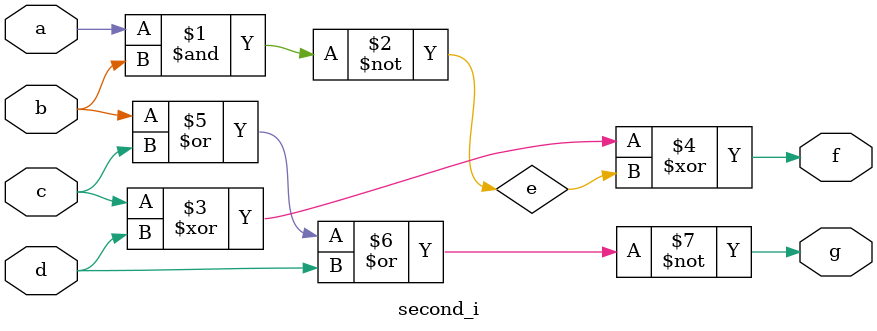
<source format=v>
module second_i(a,b,c,d,f,g);
	input a,b,c,d;
	output f,g;
	nand(e,a,b);
	xor(f,c,d,e);
	nor(g,b,c,d);
	

endmodule

</source>
